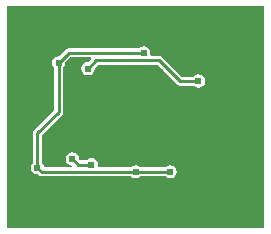
<source format=gbl>
G04*
G04 #@! TF.GenerationSoftware,Altium Limited,Altium Designer,21.0.9 (235)*
G04*
G04 Layer_Physical_Order=4*
G04 Layer_Color=16711680*
%FSLAX24Y24*%
%MOIN*%
G70*
G04*
G04 #@! TF.SameCoordinates,1F409809-B5D8-4781-B8F0-4FC3F8F1086A*
G04*
G04*
G04 #@! TF.FilePolarity,Positive*
G04*
G01*
G75*
%ADD10C,0.0098*%
%ADD40C,0.0240*%
G36*
X4690Y-3706D02*
X-3903D01*
Y3706D01*
X4690D01*
Y-3706D01*
D02*
G37*
%LPC*%
G36*
X659Y2370D02*
X574Y2353D01*
X501Y2304D01*
X497Y2298D01*
X-1841D01*
X-1899Y2286D01*
X-1948Y2253D01*
X-1948Y2253D01*
X-2168Y2034D01*
X-2175Y2035D01*
X-2261Y2018D01*
X-2334Y1970D01*
X-2382Y1897D01*
X-2400Y1811D01*
X-2382Y1725D01*
X-2334Y1652D01*
X-2327Y1648D01*
Y238D01*
X-2984Y-419D01*
X-3017Y-469D01*
X-3029Y-527D01*
Y-1520D01*
X-3035Y-1524D01*
X-3084Y-1597D01*
X-3101Y-1683D01*
X-3084Y-1769D01*
X-3035Y-1842D01*
X-2963Y-1890D01*
X-2877Y-1907D01*
X-2869Y-1906D01*
X-2847Y-1928D01*
X-2847Y-1928D01*
X-2797Y-1961D01*
X-2739Y-1973D01*
X-2739Y-1973D01*
X241D01*
X245Y-1979D01*
X318Y-2028D01*
X404Y-2045D01*
X489Y-2028D01*
X562Y-1979D01*
X566Y-1973D01*
X1382D01*
X1387Y-1979D01*
X1459Y-2028D01*
X1545Y-2045D01*
X1631Y-2028D01*
X1704Y-1979D01*
X1753Y-1907D01*
X1770Y-1821D01*
X1753Y-1735D01*
X1704Y-1662D01*
X1631Y-1614D01*
X1545Y-1597D01*
X1459Y-1614D01*
X1387Y-1662D01*
X1382Y-1669D01*
X566D01*
X562Y-1662D01*
X489Y-1614D01*
X404Y-1597D01*
X318Y-1614D01*
X245Y-1662D01*
X241Y-1669D01*
X-825D01*
X-866Y-1619D01*
X-858Y-1580D01*
X-875Y-1494D01*
X-924Y-1421D01*
X-997Y-1373D01*
X-1083Y-1356D01*
X-1169Y-1373D01*
X-1241Y-1421D01*
X-1246Y-1428D01*
X-1445D01*
X-1486Y-1400D01*
X-1503Y-1314D01*
X-1551Y-1241D01*
X-1624Y-1193D01*
X-1710Y-1176D01*
X-1796Y-1193D01*
X-1869Y-1241D01*
X-1917Y-1314D01*
X-1934Y-1400D01*
X-1917Y-1486D01*
X-1869Y-1559D01*
X-1796Y-1607D01*
X-1738Y-1619D01*
X-1743Y-1669D01*
X-2655D01*
X-2670Y-1597D01*
X-2718Y-1524D01*
X-2725Y-1520D01*
Y-590D01*
X-2068Y67D01*
X-2068Y67D01*
X-2035Y117D01*
X-2023Y175D01*
Y1648D01*
X-2017Y1652D01*
X-1968Y1725D01*
X-1951Y1811D01*
X-1952Y1819D01*
X-1778Y1994D01*
X-1097D01*
X-1078Y1947D01*
X-1183Y1842D01*
X-1191Y1843D01*
X-1277Y1826D01*
X-1350Y1778D01*
X-1398Y1705D01*
X-1415Y1619D01*
X-1398Y1533D01*
X-1350Y1460D01*
X-1277Y1412D01*
X-1191Y1395D01*
X-1105Y1412D01*
X-1032Y1460D01*
X-984Y1533D01*
X-967Y1619D01*
X-968Y1627D01*
X-847Y1748D01*
X1117D01*
X1772Y1093D01*
X1772Y1093D01*
X1821Y1060D01*
X1879Y1049D01*
X1879Y1049D01*
X2323D01*
X2327Y1042D01*
X2400Y994D01*
X2486Y976D01*
X2572Y994D01*
X2645Y1042D01*
X2693Y1115D01*
X2710Y1201D01*
X2693Y1287D01*
X2645Y1359D01*
X2572Y1408D01*
X2486Y1425D01*
X2400Y1408D01*
X2327Y1359D01*
X2323Y1353D01*
X1942D01*
X1288Y2008D01*
X1238Y2041D01*
X1180Y2052D01*
X916D01*
X875Y2102D01*
X884Y2146D01*
X867Y2232D01*
X818Y2304D01*
X745Y2353D01*
X659Y2370D01*
D02*
G37*
%LPD*%
D10*
X-910Y1900D02*
X1180D01*
X1879Y1201D01*
X2486D01*
X-1700Y-1410D02*
X-1530Y-1580D01*
X-1083D01*
X-2739Y-1821D02*
X404D01*
X-2877Y-1683D02*
X-2739Y-1821D01*
X-2175Y1811D02*
X-1841Y2146D01*
X659D01*
X404Y-1821D02*
X1545D01*
X-2877Y-1683D02*
Y-527D01*
X-2175Y175D01*
Y1811D01*
X404Y-1821D02*
X404Y-1821D01*
X-1191Y1619D02*
X-910Y1900D01*
D40*
X1949Y1841D02*
D03*
X3490Y-3590D02*
D03*
Y-2590D02*
D03*
X2472D02*
D03*
Y-3590D02*
D03*
X2825Y-797D02*
D03*
X3570Y3590D02*
D03*
X757D02*
D03*
Y2953D02*
D03*
X1390Y3020D02*
D03*
X2710Y2210D02*
D03*
X2700Y1550D02*
D03*
X2486Y1201D02*
D03*
X2590Y700D02*
D03*
X2569Y-39D02*
D03*
X4566Y-79D02*
D03*
X4566Y679D02*
D03*
X2910Y1050D02*
D03*
X4570Y-3590D02*
D03*
Y-2590D02*
D03*
Y-1590D02*
D03*
X2472D02*
D03*
X3490D02*
D03*
Y-590D02*
D03*
X4570D02*
D03*
X2570Y3590D02*
D03*
X4570D02*
D03*
X1570D02*
D03*
X4570Y2590D02*
D03*
X3570D02*
D03*
X4570Y1590D02*
D03*
X3570D02*
D03*
X3566Y679D02*
D03*
X3566Y-79D02*
D03*
X-1710Y-1400D02*
D03*
X-1083Y-1580D02*
D03*
X-1020Y-2090D02*
D03*
X295Y2904D02*
D03*
X1496Y-2234D02*
D03*
X1208Y-3590D02*
D03*
X260D02*
D03*
X148Y-2559D02*
D03*
X-1020Y-2860D02*
D03*
X-1516Y-2864D02*
D03*
X-1020Y-3590D02*
D03*
X-1970D02*
D03*
X-1912Y-2559D02*
D03*
X-2503D02*
D03*
X-2500Y-3590D02*
D03*
X-3790Y-60D02*
D03*
X-2619Y394D02*
D03*
X-2835Y1033D02*
D03*
X-2913Y1467D02*
D03*
X-787Y2559D02*
D03*
X-2559Y2362D02*
D03*
X-719Y3590D02*
D03*
X-1575D02*
D03*
X-2559D02*
D03*
X-3790D02*
D03*
Y2362D02*
D03*
Y984D02*
D03*
Y-2470D02*
D03*
Y-3590D02*
D03*
X-2877Y-1683D02*
D03*
X-3062Y-157D02*
D03*
X659Y2146D02*
D03*
X1201Y1496D02*
D03*
X-2175Y1811D02*
D03*
X-709Y1457D02*
D03*
X404Y-1821D02*
D03*
X1545Y-1821D02*
D03*
X404Y-2244D02*
D03*
X1211Y-2550D02*
D03*
X1417Y-1378D02*
D03*
X-3790Y-1330D02*
D03*
X-2542D02*
D03*
X-709Y709D02*
D03*
X-236D02*
D03*
X236D02*
D03*
X709D02*
D03*
X-709Y236D02*
D03*
X-236D02*
D03*
X236D02*
D03*
X709D02*
D03*
X-709Y-236D02*
D03*
X-236D02*
D03*
X236D02*
D03*
X709D02*
D03*
X-709Y-709D02*
D03*
X-236D02*
D03*
X236D02*
D03*
X709D02*
D03*
X-1610Y1760D02*
D03*
X-1580Y2520D02*
D03*
X-1191Y1619D02*
D03*
M02*

</source>
